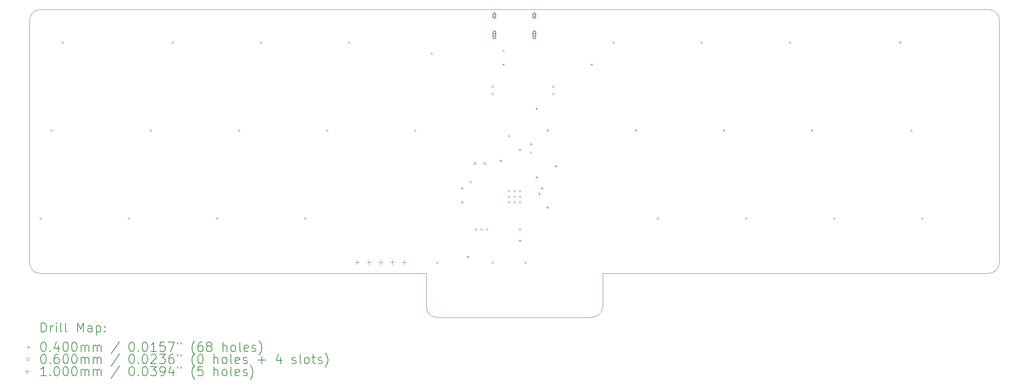
<source format=gbr>
%TF.GenerationSoftware,KiCad,Pcbnew,7.0.6*%
%TF.CreationDate,2023-07-12T00:24:14-04:00*%
%TF.ProjectId,littolRP2040,6c697474-6f6c-4525-9032-3034302e6b69,rev?*%
%TF.SameCoordinates,Original*%
%TF.FileFunction,Drillmap*%
%TF.FilePolarity,Positive*%
%FSLAX45Y45*%
G04 Gerber Fmt 4.5, Leading zero omitted, Abs format (unit mm)*
G04 Created by KiCad (PCBNEW 7.0.6) date 2023-07-12 00:24:14*
%MOMM*%
%LPD*%
G01*
G04 APERTURE LIST*
%ADD10C,0.100000*%
%ADD11C,0.200000*%
%ADD12C,0.040000*%
%ADD13C,0.060000*%
G04 APERTURE END LIST*
D10*
X4762512Y-12035557D02*
G75*
G03*
X4990424Y-12263468I227908J-3D01*
G01*
X5000638Y-6548452D02*
G75*
G03*
X4762512Y-6786580I2J-238128D01*
G01*
X25479439Y-12263465D02*
G75*
G03*
X25717565Y-12025343I1J238125D01*
G01*
X25717566Y-6776366D02*
G75*
G03*
X25479439Y-6548454I-233016J-5104D01*
G01*
X16906918Y-13215973D02*
G75*
G03*
X17145043Y-12977845I2J238123D01*
G01*
X13335034Y-12988059D02*
X13335034Y-12263468D01*
X17145043Y-12263468D02*
X17145043Y-12977845D01*
X13335039Y-12988059D02*
G75*
G03*
X13562945Y-13215971I227911J-1D01*
G01*
X25717565Y-6776366D02*
X25717565Y-12025343D01*
X13335034Y-12263468D02*
X4990424Y-12263468D01*
X25479439Y-12263468D02*
X17145043Y-12263468D01*
X5000638Y-6548454D02*
X25479439Y-6548454D01*
X16906918Y-13215971D02*
X13562945Y-13215971D01*
X4762512Y-12035557D02*
X4762512Y-6786580D01*
D11*
D12*
X4980638Y-11052840D02*
X5020638Y-11092840D01*
X5020638Y-11052840D02*
X4980638Y-11092840D01*
X5218763Y-9147836D02*
X5258763Y-9187836D01*
X5258763Y-9147836D02*
X5218763Y-9187836D01*
X5456889Y-7242831D02*
X5496889Y-7282831D01*
X5496889Y-7242831D02*
X5456889Y-7282831D01*
X6885642Y-11052840D02*
X6925642Y-11092840D01*
X6925642Y-11052840D02*
X6885642Y-11092840D01*
X7361894Y-9147836D02*
X7401894Y-9187836D01*
X7401894Y-9147836D02*
X7361894Y-9187836D01*
X7838145Y-7242831D02*
X7878145Y-7282831D01*
X7878145Y-7242831D02*
X7838145Y-7282831D01*
X8790647Y-11052840D02*
X8830647Y-11092840D01*
X8830647Y-11052840D02*
X8790647Y-11092840D01*
X9266898Y-9147836D02*
X9306898Y-9187836D01*
X9306898Y-9147836D02*
X9266898Y-9187836D01*
X9743150Y-7242831D02*
X9783150Y-7282831D01*
X9783150Y-7242831D02*
X9743150Y-7282831D01*
X10695652Y-11052840D02*
X10735652Y-11092840D01*
X10735652Y-11052840D02*
X10695652Y-11092840D01*
X11171903Y-9147836D02*
X11211903Y-9187836D01*
X11211903Y-9147836D02*
X11171903Y-9187836D01*
X11648154Y-7242831D02*
X11688154Y-7282831D01*
X11688154Y-7242831D02*
X11648154Y-7282831D01*
X13076908Y-9147836D02*
X13116908Y-9187836D01*
X13116908Y-9147836D02*
X13076908Y-9187836D01*
X13434096Y-7480956D02*
X13474096Y-7520956D01*
X13474096Y-7480956D02*
X13434096Y-7520956D01*
X13553159Y-12005343D02*
X13593159Y-12045343D01*
X13593159Y-12005343D02*
X13553159Y-12045343D01*
X14088942Y-10397995D02*
X14128942Y-10437995D01*
X14128942Y-10397995D02*
X14088942Y-10437995D01*
X14088942Y-10695652D02*
X14128942Y-10735652D01*
X14128942Y-10695652D02*
X14088942Y-10735652D01*
X14208005Y-11886280D02*
X14248005Y-11926280D01*
X14248005Y-11886280D02*
X14208005Y-11926280D01*
X14267536Y-10253619D02*
X14307536Y-10293619D01*
X14307536Y-10253619D02*
X14267536Y-10293619D01*
X14362536Y-9862212D02*
X14402536Y-9902212D01*
X14402536Y-9862212D02*
X14362536Y-9902212D01*
X14386599Y-11290966D02*
X14426599Y-11330966D01*
X14426599Y-11290966D02*
X14386599Y-11330966D01*
X14505662Y-11290966D02*
X14545662Y-11330966D01*
X14545662Y-11290966D02*
X14505662Y-11330966D01*
X14576724Y-9862212D02*
X14616724Y-9902212D01*
X14616724Y-9862212D02*
X14576724Y-9902212D01*
X14624724Y-11290966D02*
X14664724Y-11330966D01*
X14664724Y-11290966D02*
X14624724Y-11330966D01*
X14743787Y-8195333D02*
X14783787Y-8235333D01*
X14783787Y-8195333D02*
X14743787Y-8235333D01*
X14743787Y-8348615D02*
X14783787Y-8388615D01*
X14783787Y-8348615D02*
X14743787Y-8388615D01*
X14743787Y-12005343D02*
X14783787Y-12045343D01*
X14783787Y-12005343D02*
X14743787Y-12045343D01*
X14922381Y-9802681D02*
X14962381Y-9842681D01*
X14962381Y-9802681D02*
X14922381Y-9842681D01*
X14981913Y-7421425D02*
X15021913Y-7461425D01*
X15021913Y-7421425D02*
X14981913Y-7461425D01*
X14981913Y-7719082D02*
X15021913Y-7759082D01*
X15021913Y-7719082D02*
X14981913Y-7759082D01*
X15100976Y-9266898D02*
X15140976Y-9306898D01*
X15140976Y-9266898D02*
X15100976Y-9306898D01*
X15100976Y-10457526D02*
X15140976Y-10497526D01*
X15140976Y-10457526D02*
X15100976Y-10497526D01*
X15100976Y-10576589D02*
X15140976Y-10616589D01*
X15140976Y-10576589D02*
X15100976Y-10616589D01*
X15100976Y-10695652D02*
X15140976Y-10735652D01*
X15140976Y-10695652D02*
X15100976Y-10735652D01*
X15220038Y-10457526D02*
X15260038Y-10497526D01*
X15260038Y-10457526D02*
X15220038Y-10497526D01*
X15220038Y-10576589D02*
X15260038Y-10616589D01*
X15260038Y-10576589D02*
X15220038Y-10616589D01*
X15220038Y-10695652D02*
X15260038Y-10735652D01*
X15260038Y-10695652D02*
X15220038Y-10735652D01*
X15339101Y-9564555D02*
X15379101Y-9604555D01*
X15379101Y-9564555D02*
X15339101Y-9604555D01*
X15339101Y-10457526D02*
X15379101Y-10497526D01*
X15379101Y-10457526D02*
X15339101Y-10497526D01*
X15339101Y-10576589D02*
X15379101Y-10616589D01*
X15379101Y-10576589D02*
X15339101Y-10616589D01*
X15339101Y-10695652D02*
X15379101Y-10735652D01*
X15379101Y-10695652D02*
X15339101Y-10735652D01*
X15339101Y-11290966D02*
X15379101Y-11330966D01*
X15379101Y-11290966D02*
X15339101Y-11330966D01*
X15339101Y-11529092D02*
X15379101Y-11569092D01*
X15379101Y-11529092D02*
X15339101Y-11569092D01*
X15458164Y-12005343D02*
X15498164Y-12045343D01*
X15498164Y-12005343D02*
X15458164Y-12045343D01*
X15577227Y-9445493D02*
X15617227Y-9485493D01*
X15617227Y-9445493D02*
X15577227Y-9485493D01*
X15577227Y-9624087D02*
X15617227Y-9664087D01*
X15617227Y-9624087D02*
X15577227Y-9664087D01*
X15696290Y-8671584D02*
X15736290Y-8711584D01*
X15736290Y-8671584D02*
X15696290Y-8711584D01*
X15696290Y-10159869D02*
X15736290Y-10199869D01*
X15736290Y-10159869D02*
X15696290Y-10199869D01*
X15755821Y-10517058D02*
X15795821Y-10557058D01*
X15795821Y-10517058D02*
X15755821Y-10557058D01*
X15815352Y-10397995D02*
X15855352Y-10437995D01*
X15855352Y-10397995D02*
X15815352Y-10437995D01*
X15934415Y-9147836D02*
X15974415Y-9187836D01*
X15974415Y-9147836D02*
X15934415Y-9187836D01*
X15934415Y-10814715D02*
X15974415Y-10854715D01*
X15974415Y-10814715D02*
X15934415Y-10854715D01*
X16053478Y-8195333D02*
X16093478Y-8235333D01*
X16093478Y-8195333D02*
X16053478Y-8235333D01*
X16053478Y-8348615D02*
X16093478Y-8388615D01*
X16093478Y-8348615D02*
X16053478Y-8388615D01*
X16113009Y-9921744D02*
X16153009Y-9961744D01*
X16153009Y-9921744D02*
X16113009Y-9961744D01*
X16886918Y-7719082D02*
X16926918Y-7759082D01*
X16926918Y-7719082D02*
X16886918Y-7759082D01*
X17363169Y-7242831D02*
X17403169Y-7282831D01*
X17403169Y-7242831D02*
X17363169Y-7282831D01*
X17839420Y-9147836D02*
X17879420Y-9187836D01*
X17879420Y-9147836D02*
X17839420Y-9187836D01*
X18315671Y-11052840D02*
X18355671Y-11092840D01*
X18355671Y-11052840D02*
X18315671Y-11092840D01*
X19268174Y-7242831D02*
X19308174Y-7282831D01*
X19308174Y-7242831D02*
X19268174Y-7282831D01*
X19744425Y-9147836D02*
X19784425Y-9187836D01*
X19784425Y-9147836D02*
X19744425Y-9187836D01*
X20220676Y-11052840D02*
X20260676Y-11092840D01*
X20260676Y-11052840D02*
X20220676Y-11092840D01*
X21173178Y-7242831D02*
X21213178Y-7282831D01*
X21213178Y-7242831D02*
X21173178Y-7282831D01*
X21649430Y-9147836D02*
X21689430Y-9187836D01*
X21689430Y-9147836D02*
X21649430Y-9187836D01*
X22125681Y-11052840D02*
X22165681Y-11092840D01*
X22165681Y-11052840D02*
X22125681Y-11092840D01*
X23554434Y-7242831D02*
X23594434Y-7282831D01*
X23594434Y-7242831D02*
X23554434Y-7282831D01*
X23792560Y-9147836D02*
X23832560Y-9187836D01*
X23832560Y-9147836D02*
X23792560Y-9187836D01*
X24030686Y-11052840D02*
X24070686Y-11092840D01*
X24070686Y-11052840D02*
X24030686Y-11092840D01*
D13*
X14838038Y-6681580D02*
G75*
G03*
X14838038Y-6681580I-30000J0D01*
G01*
D11*
X14778038Y-6651580D02*
X14778038Y-6711580D01*
X14778038Y-6711580D02*
G75*
G03*
X14838038Y-6711580I30000J0D01*
G01*
X14838038Y-6711580D02*
X14838038Y-6651580D01*
X14838038Y-6651580D02*
G75*
G03*
X14778038Y-6651580I-30000J0D01*
G01*
D13*
X14838038Y-7099580D02*
G75*
G03*
X14838038Y-7099580I-30000J0D01*
G01*
D11*
X14778038Y-7044580D02*
X14778038Y-7154580D01*
X14778038Y-7154580D02*
G75*
G03*
X14838038Y-7154580I30000J0D01*
G01*
X14838038Y-7154580D02*
X14838038Y-7044580D01*
X14838038Y-7044580D02*
G75*
G03*
X14778038Y-7044580I-30000J0D01*
G01*
D13*
X15702038Y-6681580D02*
G75*
G03*
X15702038Y-6681580I-30000J0D01*
G01*
D11*
X15642038Y-6651580D02*
X15642038Y-6711580D01*
X15642038Y-6711580D02*
G75*
G03*
X15702038Y-6711580I30000J0D01*
G01*
X15702038Y-6711580D02*
X15702038Y-6651580D01*
X15702038Y-6651580D02*
G75*
G03*
X15642038Y-6651580I-30000J0D01*
G01*
D13*
X15702038Y-7099580D02*
G75*
G03*
X15702038Y-7099580I-30000J0D01*
G01*
D11*
X15642038Y-7044580D02*
X15642038Y-7154580D01*
X15642038Y-7154580D02*
G75*
G03*
X15702038Y-7154580I30000J0D01*
G01*
X15702038Y-7154580D02*
X15702038Y-7044580D01*
X15702038Y-7044580D02*
G75*
G03*
X15642038Y-7044580I-30000J0D01*
G01*
D10*
X11842782Y-11975343D02*
X11842782Y-12075343D01*
X11792782Y-12025343D02*
X11892782Y-12025343D01*
X12096782Y-11975343D02*
X12096782Y-12075343D01*
X12046782Y-12025343D02*
X12146782Y-12025343D01*
X12350782Y-11975343D02*
X12350782Y-12075343D01*
X12300782Y-12025343D02*
X12400782Y-12025343D01*
X12604782Y-11975343D02*
X12604782Y-12075343D01*
X12554782Y-12025343D02*
X12654782Y-12025343D01*
X12858782Y-11975343D02*
X12858782Y-12075343D01*
X12808782Y-12025343D02*
X12908782Y-12025343D01*
D11*
X5018288Y-13532457D02*
X5018288Y-13332457D01*
X5018288Y-13332457D02*
X5065907Y-13332457D01*
X5065907Y-13332457D02*
X5094479Y-13341981D01*
X5094479Y-13341981D02*
X5113527Y-13361028D01*
X5113527Y-13361028D02*
X5123050Y-13380076D01*
X5123050Y-13380076D02*
X5132574Y-13418171D01*
X5132574Y-13418171D02*
X5132574Y-13446743D01*
X5132574Y-13446743D02*
X5123050Y-13484838D01*
X5123050Y-13484838D02*
X5113527Y-13503885D01*
X5113527Y-13503885D02*
X5094479Y-13522933D01*
X5094479Y-13522933D02*
X5065907Y-13532457D01*
X5065907Y-13532457D02*
X5018288Y-13532457D01*
X5218288Y-13532457D02*
X5218288Y-13399124D01*
X5218288Y-13437219D02*
X5227812Y-13418171D01*
X5227812Y-13418171D02*
X5237336Y-13408647D01*
X5237336Y-13408647D02*
X5256384Y-13399124D01*
X5256384Y-13399124D02*
X5275431Y-13399124D01*
X5342098Y-13532457D02*
X5342098Y-13399124D01*
X5342098Y-13332457D02*
X5332574Y-13341981D01*
X5332574Y-13341981D02*
X5342098Y-13351505D01*
X5342098Y-13351505D02*
X5351622Y-13341981D01*
X5351622Y-13341981D02*
X5342098Y-13332457D01*
X5342098Y-13332457D02*
X5342098Y-13351505D01*
X5465907Y-13532457D02*
X5446860Y-13522933D01*
X5446860Y-13522933D02*
X5437336Y-13503885D01*
X5437336Y-13503885D02*
X5437336Y-13332457D01*
X5570669Y-13532457D02*
X5551622Y-13522933D01*
X5551622Y-13522933D02*
X5542098Y-13503885D01*
X5542098Y-13503885D02*
X5542098Y-13332457D01*
X5799241Y-13532457D02*
X5799241Y-13332457D01*
X5799241Y-13332457D02*
X5865907Y-13475314D01*
X5865907Y-13475314D02*
X5932574Y-13332457D01*
X5932574Y-13332457D02*
X5932574Y-13532457D01*
X6113526Y-13532457D02*
X6113526Y-13427695D01*
X6113526Y-13427695D02*
X6104003Y-13408647D01*
X6104003Y-13408647D02*
X6084955Y-13399124D01*
X6084955Y-13399124D02*
X6046860Y-13399124D01*
X6046860Y-13399124D02*
X6027812Y-13408647D01*
X6113526Y-13522933D02*
X6094479Y-13532457D01*
X6094479Y-13532457D02*
X6046860Y-13532457D01*
X6046860Y-13532457D02*
X6027812Y-13522933D01*
X6027812Y-13522933D02*
X6018288Y-13503885D01*
X6018288Y-13503885D02*
X6018288Y-13484838D01*
X6018288Y-13484838D02*
X6027812Y-13465790D01*
X6027812Y-13465790D02*
X6046860Y-13456266D01*
X6046860Y-13456266D02*
X6094479Y-13456266D01*
X6094479Y-13456266D02*
X6113526Y-13446743D01*
X6208765Y-13399124D02*
X6208765Y-13599124D01*
X6208765Y-13408647D02*
X6227812Y-13399124D01*
X6227812Y-13399124D02*
X6265907Y-13399124D01*
X6265907Y-13399124D02*
X6284955Y-13408647D01*
X6284955Y-13408647D02*
X6294479Y-13418171D01*
X6294479Y-13418171D02*
X6304003Y-13437219D01*
X6304003Y-13437219D02*
X6304003Y-13494362D01*
X6304003Y-13494362D02*
X6294479Y-13513409D01*
X6294479Y-13513409D02*
X6284955Y-13522933D01*
X6284955Y-13522933D02*
X6265907Y-13532457D01*
X6265907Y-13532457D02*
X6227812Y-13532457D01*
X6227812Y-13532457D02*
X6208765Y-13522933D01*
X6389717Y-13513409D02*
X6399241Y-13522933D01*
X6399241Y-13522933D02*
X6389717Y-13532457D01*
X6389717Y-13532457D02*
X6380193Y-13522933D01*
X6380193Y-13522933D02*
X6389717Y-13513409D01*
X6389717Y-13513409D02*
X6389717Y-13532457D01*
X6389717Y-13408647D02*
X6399241Y-13418171D01*
X6399241Y-13418171D02*
X6389717Y-13427695D01*
X6389717Y-13427695D02*
X6380193Y-13418171D01*
X6380193Y-13418171D02*
X6389717Y-13408647D01*
X6389717Y-13408647D02*
X6389717Y-13427695D01*
D12*
X4717512Y-13840973D02*
X4757512Y-13880973D01*
X4757512Y-13840973D02*
X4717512Y-13880973D01*
D11*
X5056384Y-13752457D02*
X5075431Y-13752457D01*
X5075431Y-13752457D02*
X5094479Y-13761981D01*
X5094479Y-13761981D02*
X5104003Y-13771505D01*
X5104003Y-13771505D02*
X5113527Y-13790552D01*
X5113527Y-13790552D02*
X5123050Y-13828647D01*
X5123050Y-13828647D02*
X5123050Y-13876266D01*
X5123050Y-13876266D02*
X5113527Y-13914362D01*
X5113527Y-13914362D02*
X5104003Y-13933409D01*
X5104003Y-13933409D02*
X5094479Y-13942933D01*
X5094479Y-13942933D02*
X5075431Y-13952457D01*
X5075431Y-13952457D02*
X5056384Y-13952457D01*
X5056384Y-13952457D02*
X5037336Y-13942933D01*
X5037336Y-13942933D02*
X5027812Y-13933409D01*
X5027812Y-13933409D02*
X5018288Y-13914362D01*
X5018288Y-13914362D02*
X5008765Y-13876266D01*
X5008765Y-13876266D02*
X5008765Y-13828647D01*
X5008765Y-13828647D02*
X5018288Y-13790552D01*
X5018288Y-13790552D02*
X5027812Y-13771505D01*
X5027812Y-13771505D02*
X5037336Y-13761981D01*
X5037336Y-13761981D02*
X5056384Y-13752457D01*
X5208765Y-13933409D02*
X5218288Y-13942933D01*
X5218288Y-13942933D02*
X5208765Y-13952457D01*
X5208765Y-13952457D02*
X5199241Y-13942933D01*
X5199241Y-13942933D02*
X5208765Y-13933409D01*
X5208765Y-13933409D02*
X5208765Y-13952457D01*
X5389717Y-13819124D02*
X5389717Y-13952457D01*
X5342098Y-13742933D02*
X5294479Y-13885790D01*
X5294479Y-13885790D02*
X5418288Y-13885790D01*
X5532574Y-13752457D02*
X5551622Y-13752457D01*
X5551622Y-13752457D02*
X5570669Y-13761981D01*
X5570669Y-13761981D02*
X5580193Y-13771505D01*
X5580193Y-13771505D02*
X5589717Y-13790552D01*
X5589717Y-13790552D02*
X5599241Y-13828647D01*
X5599241Y-13828647D02*
X5599241Y-13876266D01*
X5599241Y-13876266D02*
X5589717Y-13914362D01*
X5589717Y-13914362D02*
X5580193Y-13933409D01*
X5580193Y-13933409D02*
X5570669Y-13942933D01*
X5570669Y-13942933D02*
X5551622Y-13952457D01*
X5551622Y-13952457D02*
X5532574Y-13952457D01*
X5532574Y-13952457D02*
X5513527Y-13942933D01*
X5513527Y-13942933D02*
X5504003Y-13933409D01*
X5504003Y-13933409D02*
X5494479Y-13914362D01*
X5494479Y-13914362D02*
X5484955Y-13876266D01*
X5484955Y-13876266D02*
X5484955Y-13828647D01*
X5484955Y-13828647D02*
X5494479Y-13790552D01*
X5494479Y-13790552D02*
X5504003Y-13771505D01*
X5504003Y-13771505D02*
X5513527Y-13761981D01*
X5513527Y-13761981D02*
X5532574Y-13752457D01*
X5723050Y-13752457D02*
X5742098Y-13752457D01*
X5742098Y-13752457D02*
X5761146Y-13761981D01*
X5761146Y-13761981D02*
X5770669Y-13771505D01*
X5770669Y-13771505D02*
X5780193Y-13790552D01*
X5780193Y-13790552D02*
X5789717Y-13828647D01*
X5789717Y-13828647D02*
X5789717Y-13876266D01*
X5789717Y-13876266D02*
X5780193Y-13914362D01*
X5780193Y-13914362D02*
X5770669Y-13933409D01*
X5770669Y-13933409D02*
X5761146Y-13942933D01*
X5761146Y-13942933D02*
X5742098Y-13952457D01*
X5742098Y-13952457D02*
X5723050Y-13952457D01*
X5723050Y-13952457D02*
X5704003Y-13942933D01*
X5704003Y-13942933D02*
X5694479Y-13933409D01*
X5694479Y-13933409D02*
X5684955Y-13914362D01*
X5684955Y-13914362D02*
X5675431Y-13876266D01*
X5675431Y-13876266D02*
X5675431Y-13828647D01*
X5675431Y-13828647D02*
X5684955Y-13790552D01*
X5684955Y-13790552D02*
X5694479Y-13771505D01*
X5694479Y-13771505D02*
X5704003Y-13761981D01*
X5704003Y-13761981D02*
X5723050Y-13752457D01*
X5875431Y-13952457D02*
X5875431Y-13819124D01*
X5875431Y-13838171D02*
X5884955Y-13828647D01*
X5884955Y-13828647D02*
X5904003Y-13819124D01*
X5904003Y-13819124D02*
X5932574Y-13819124D01*
X5932574Y-13819124D02*
X5951622Y-13828647D01*
X5951622Y-13828647D02*
X5961146Y-13847695D01*
X5961146Y-13847695D02*
X5961146Y-13952457D01*
X5961146Y-13847695D02*
X5970669Y-13828647D01*
X5970669Y-13828647D02*
X5989717Y-13819124D01*
X5989717Y-13819124D02*
X6018288Y-13819124D01*
X6018288Y-13819124D02*
X6037336Y-13828647D01*
X6037336Y-13828647D02*
X6046860Y-13847695D01*
X6046860Y-13847695D02*
X6046860Y-13952457D01*
X6142098Y-13952457D02*
X6142098Y-13819124D01*
X6142098Y-13838171D02*
X6151622Y-13828647D01*
X6151622Y-13828647D02*
X6170669Y-13819124D01*
X6170669Y-13819124D02*
X6199241Y-13819124D01*
X6199241Y-13819124D02*
X6218288Y-13828647D01*
X6218288Y-13828647D02*
X6227812Y-13847695D01*
X6227812Y-13847695D02*
X6227812Y-13952457D01*
X6227812Y-13847695D02*
X6237336Y-13828647D01*
X6237336Y-13828647D02*
X6256384Y-13819124D01*
X6256384Y-13819124D02*
X6284955Y-13819124D01*
X6284955Y-13819124D02*
X6304003Y-13828647D01*
X6304003Y-13828647D02*
X6313527Y-13847695D01*
X6313527Y-13847695D02*
X6313527Y-13952457D01*
X6704003Y-13742933D02*
X6532574Y-14000076D01*
X6961146Y-13752457D02*
X6980193Y-13752457D01*
X6980193Y-13752457D02*
X6999241Y-13761981D01*
X6999241Y-13761981D02*
X7008765Y-13771505D01*
X7008765Y-13771505D02*
X7018289Y-13790552D01*
X7018289Y-13790552D02*
X7027812Y-13828647D01*
X7027812Y-13828647D02*
X7027812Y-13876266D01*
X7027812Y-13876266D02*
X7018289Y-13914362D01*
X7018289Y-13914362D02*
X7008765Y-13933409D01*
X7008765Y-13933409D02*
X6999241Y-13942933D01*
X6999241Y-13942933D02*
X6980193Y-13952457D01*
X6980193Y-13952457D02*
X6961146Y-13952457D01*
X6961146Y-13952457D02*
X6942098Y-13942933D01*
X6942098Y-13942933D02*
X6932574Y-13933409D01*
X6932574Y-13933409D02*
X6923050Y-13914362D01*
X6923050Y-13914362D02*
X6913527Y-13876266D01*
X6913527Y-13876266D02*
X6913527Y-13828647D01*
X6913527Y-13828647D02*
X6923050Y-13790552D01*
X6923050Y-13790552D02*
X6932574Y-13771505D01*
X6932574Y-13771505D02*
X6942098Y-13761981D01*
X6942098Y-13761981D02*
X6961146Y-13752457D01*
X7113527Y-13933409D02*
X7123050Y-13942933D01*
X7123050Y-13942933D02*
X7113527Y-13952457D01*
X7113527Y-13952457D02*
X7104003Y-13942933D01*
X7104003Y-13942933D02*
X7113527Y-13933409D01*
X7113527Y-13933409D02*
X7113527Y-13952457D01*
X7246860Y-13752457D02*
X7265908Y-13752457D01*
X7265908Y-13752457D02*
X7284955Y-13761981D01*
X7284955Y-13761981D02*
X7294479Y-13771505D01*
X7294479Y-13771505D02*
X7304003Y-13790552D01*
X7304003Y-13790552D02*
X7313527Y-13828647D01*
X7313527Y-13828647D02*
X7313527Y-13876266D01*
X7313527Y-13876266D02*
X7304003Y-13914362D01*
X7304003Y-13914362D02*
X7294479Y-13933409D01*
X7294479Y-13933409D02*
X7284955Y-13942933D01*
X7284955Y-13942933D02*
X7265908Y-13952457D01*
X7265908Y-13952457D02*
X7246860Y-13952457D01*
X7246860Y-13952457D02*
X7227812Y-13942933D01*
X7227812Y-13942933D02*
X7218289Y-13933409D01*
X7218289Y-13933409D02*
X7208765Y-13914362D01*
X7208765Y-13914362D02*
X7199241Y-13876266D01*
X7199241Y-13876266D02*
X7199241Y-13828647D01*
X7199241Y-13828647D02*
X7208765Y-13790552D01*
X7208765Y-13790552D02*
X7218289Y-13771505D01*
X7218289Y-13771505D02*
X7227812Y-13761981D01*
X7227812Y-13761981D02*
X7246860Y-13752457D01*
X7504003Y-13952457D02*
X7389717Y-13952457D01*
X7446860Y-13952457D02*
X7446860Y-13752457D01*
X7446860Y-13752457D02*
X7427812Y-13781028D01*
X7427812Y-13781028D02*
X7408765Y-13800076D01*
X7408765Y-13800076D02*
X7389717Y-13809600D01*
X7684955Y-13752457D02*
X7589717Y-13752457D01*
X7589717Y-13752457D02*
X7580193Y-13847695D01*
X7580193Y-13847695D02*
X7589717Y-13838171D01*
X7589717Y-13838171D02*
X7608765Y-13828647D01*
X7608765Y-13828647D02*
X7656384Y-13828647D01*
X7656384Y-13828647D02*
X7675431Y-13838171D01*
X7675431Y-13838171D02*
X7684955Y-13847695D01*
X7684955Y-13847695D02*
X7694479Y-13866743D01*
X7694479Y-13866743D02*
X7694479Y-13914362D01*
X7694479Y-13914362D02*
X7684955Y-13933409D01*
X7684955Y-13933409D02*
X7675431Y-13942933D01*
X7675431Y-13942933D02*
X7656384Y-13952457D01*
X7656384Y-13952457D02*
X7608765Y-13952457D01*
X7608765Y-13952457D02*
X7589717Y-13942933D01*
X7589717Y-13942933D02*
X7580193Y-13933409D01*
X7761146Y-13752457D02*
X7894479Y-13752457D01*
X7894479Y-13752457D02*
X7808765Y-13952457D01*
X7961146Y-13752457D02*
X7961146Y-13790552D01*
X8037336Y-13752457D02*
X8037336Y-13790552D01*
X8332574Y-14028647D02*
X8323051Y-14019124D01*
X8323051Y-14019124D02*
X8304003Y-13990552D01*
X8304003Y-13990552D02*
X8294479Y-13971505D01*
X8294479Y-13971505D02*
X8284955Y-13942933D01*
X8284955Y-13942933D02*
X8275432Y-13895314D01*
X8275432Y-13895314D02*
X8275432Y-13857219D01*
X8275432Y-13857219D02*
X8284955Y-13809600D01*
X8284955Y-13809600D02*
X8294479Y-13781028D01*
X8294479Y-13781028D02*
X8304003Y-13761981D01*
X8304003Y-13761981D02*
X8323051Y-13733409D01*
X8323051Y-13733409D02*
X8332574Y-13723885D01*
X8494479Y-13752457D02*
X8456384Y-13752457D01*
X8456384Y-13752457D02*
X8437336Y-13761981D01*
X8437336Y-13761981D02*
X8427813Y-13771505D01*
X8427813Y-13771505D02*
X8408765Y-13800076D01*
X8408765Y-13800076D02*
X8399241Y-13838171D01*
X8399241Y-13838171D02*
X8399241Y-13914362D01*
X8399241Y-13914362D02*
X8408765Y-13933409D01*
X8408765Y-13933409D02*
X8418289Y-13942933D01*
X8418289Y-13942933D02*
X8437336Y-13952457D01*
X8437336Y-13952457D02*
X8475432Y-13952457D01*
X8475432Y-13952457D02*
X8494479Y-13942933D01*
X8494479Y-13942933D02*
X8504003Y-13933409D01*
X8504003Y-13933409D02*
X8513527Y-13914362D01*
X8513527Y-13914362D02*
X8513527Y-13866743D01*
X8513527Y-13866743D02*
X8504003Y-13847695D01*
X8504003Y-13847695D02*
X8494479Y-13838171D01*
X8494479Y-13838171D02*
X8475432Y-13828647D01*
X8475432Y-13828647D02*
X8437336Y-13828647D01*
X8437336Y-13828647D02*
X8418289Y-13838171D01*
X8418289Y-13838171D02*
X8408765Y-13847695D01*
X8408765Y-13847695D02*
X8399241Y-13866743D01*
X8627813Y-13838171D02*
X8608765Y-13828647D01*
X8608765Y-13828647D02*
X8599241Y-13819124D01*
X8599241Y-13819124D02*
X8589717Y-13800076D01*
X8589717Y-13800076D02*
X8589717Y-13790552D01*
X8589717Y-13790552D02*
X8599241Y-13771505D01*
X8599241Y-13771505D02*
X8608765Y-13761981D01*
X8608765Y-13761981D02*
X8627813Y-13752457D01*
X8627813Y-13752457D02*
X8665908Y-13752457D01*
X8665908Y-13752457D02*
X8684955Y-13761981D01*
X8684955Y-13761981D02*
X8694479Y-13771505D01*
X8694479Y-13771505D02*
X8704003Y-13790552D01*
X8704003Y-13790552D02*
X8704003Y-13800076D01*
X8704003Y-13800076D02*
X8694479Y-13819124D01*
X8694479Y-13819124D02*
X8684955Y-13828647D01*
X8684955Y-13828647D02*
X8665908Y-13838171D01*
X8665908Y-13838171D02*
X8627813Y-13838171D01*
X8627813Y-13838171D02*
X8608765Y-13847695D01*
X8608765Y-13847695D02*
X8599241Y-13857219D01*
X8599241Y-13857219D02*
X8589717Y-13876266D01*
X8589717Y-13876266D02*
X8589717Y-13914362D01*
X8589717Y-13914362D02*
X8599241Y-13933409D01*
X8599241Y-13933409D02*
X8608765Y-13942933D01*
X8608765Y-13942933D02*
X8627813Y-13952457D01*
X8627813Y-13952457D02*
X8665908Y-13952457D01*
X8665908Y-13952457D02*
X8684955Y-13942933D01*
X8684955Y-13942933D02*
X8694479Y-13933409D01*
X8694479Y-13933409D02*
X8704003Y-13914362D01*
X8704003Y-13914362D02*
X8704003Y-13876266D01*
X8704003Y-13876266D02*
X8694479Y-13857219D01*
X8694479Y-13857219D02*
X8684955Y-13847695D01*
X8684955Y-13847695D02*
X8665908Y-13838171D01*
X8942098Y-13952457D02*
X8942098Y-13752457D01*
X9027813Y-13952457D02*
X9027813Y-13847695D01*
X9027813Y-13847695D02*
X9018289Y-13828647D01*
X9018289Y-13828647D02*
X8999241Y-13819124D01*
X8999241Y-13819124D02*
X8970670Y-13819124D01*
X8970670Y-13819124D02*
X8951622Y-13828647D01*
X8951622Y-13828647D02*
X8942098Y-13838171D01*
X9151622Y-13952457D02*
X9132575Y-13942933D01*
X9132575Y-13942933D02*
X9123051Y-13933409D01*
X9123051Y-13933409D02*
X9113527Y-13914362D01*
X9113527Y-13914362D02*
X9113527Y-13857219D01*
X9113527Y-13857219D02*
X9123051Y-13838171D01*
X9123051Y-13838171D02*
X9132575Y-13828647D01*
X9132575Y-13828647D02*
X9151622Y-13819124D01*
X9151622Y-13819124D02*
X9180194Y-13819124D01*
X9180194Y-13819124D02*
X9199241Y-13828647D01*
X9199241Y-13828647D02*
X9208765Y-13838171D01*
X9208765Y-13838171D02*
X9218289Y-13857219D01*
X9218289Y-13857219D02*
X9218289Y-13914362D01*
X9218289Y-13914362D02*
X9208765Y-13933409D01*
X9208765Y-13933409D02*
X9199241Y-13942933D01*
X9199241Y-13942933D02*
X9180194Y-13952457D01*
X9180194Y-13952457D02*
X9151622Y-13952457D01*
X9332575Y-13952457D02*
X9313527Y-13942933D01*
X9313527Y-13942933D02*
X9304003Y-13923885D01*
X9304003Y-13923885D02*
X9304003Y-13752457D01*
X9484956Y-13942933D02*
X9465908Y-13952457D01*
X9465908Y-13952457D02*
X9427813Y-13952457D01*
X9427813Y-13952457D02*
X9408765Y-13942933D01*
X9408765Y-13942933D02*
X9399241Y-13923885D01*
X9399241Y-13923885D02*
X9399241Y-13847695D01*
X9399241Y-13847695D02*
X9408765Y-13828647D01*
X9408765Y-13828647D02*
X9427813Y-13819124D01*
X9427813Y-13819124D02*
X9465908Y-13819124D01*
X9465908Y-13819124D02*
X9484956Y-13828647D01*
X9484956Y-13828647D02*
X9494479Y-13847695D01*
X9494479Y-13847695D02*
X9494479Y-13866743D01*
X9494479Y-13866743D02*
X9399241Y-13885790D01*
X9570670Y-13942933D02*
X9589717Y-13952457D01*
X9589717Y-13952457D02*
X9627813Y-13952457D01*
X9627813Y-13952457D02*
X9646860Y-13942933D01*
X9646860Y-13942933D02*
X9656384Y-13923885D01*
X9656384Y-13923885D02*
X9656384Y-13914362D01*
X9656384Y-13914362D02*
X9646860Y-13895314D01*
X9646860Y-13895314D02*
X9627813Y-13885790D01*
X9627813Y-13885790D02*
X9599241Y-13885790D01*
X9599241Y-13885790D02*
X9580194Y-13876266D01*
X9580194Y-13876266D02*
X9570670Y-13857219D01*
X9570670Y-13857219D02*
X9570670Y-13847695D01*
X9570670Y-13847695D02*
X9580194Y-13828647D01*
X9580194Y-13828647D02*
X9599241Y-13819124D01*
X9599241Y-13819124D02*
X9627813Y-13819124D01*
X9627813Y-13819124D02*
X9646860Y-13828647D01*
X9723051Y-14028647D02*
X9732575Y-14019124D01*
X9732575Y-14019124D02*
X9751622Y-13990552D01*
X9751622Y-13990552D02*
X9761146Y-13971505D01*
X9761146Y-13971505D02*
X9770670Y-13942933D01*
X9770670Y-13942933D02*
X9780194Y-13895314D01*
X9780194Y-13895314D02*
X9780194Y-13857219D01*
X9780194Y-13857219D02*
X9770670Y-13809600D01*
X9770670Y-13809600D02*
X9761146Y-13781028D01*
X9761146Y-13781028D02*
X9751622Y-13761981D01*
X9751622Y-13761981D02*
X9732575Y-13733409D01*
X9732575Y-13733409D02*
X9723051Y-13723885D01*
D13*
X4757512Y-14124973D02*
G75*
G03*
X4757512Y-14124973I-30000J0D01*
G01*
D11*
X5056384Y-14016457D02*
X5075431Y-14016457D01*
X5075431Y-14016457D02*
X5094479Y-14025981D01*
X5094479Y-14025981D02*
X5104003Y-14035505D01*
X5104003Y-14035505D02*
X5113527Y-14054552D01*
X5113527Y-14054552D02*
X5123050Y-14092647D01*
X5123050Y-14092647D02*
X5123050Y-14140266D01*
X5123050Y-14140266D02*
X5113527Y-14178362D01*
X5113527Y-14178362D02*
X5104003Y-14197409D01*
X5104003Y-14197409D02*
X5094479Y-14206933D01*
X5094479Y-14206933D02*
X5075431Y-14216457D01*
X5075431Y-14216457D02*
X5056384Y-14216457D01*
X5056384Y-14216457D02*
X5037336Y-14206933D01*
X5037336Y-14206933D02*
X5027812Y-14197409D01*
X5027812Y-14197409D02*
X5018288Y-14178362D01*
X5018288Y-14178362D02*
X5008765Y-14140266D01*
X5008765Y-14140266D02*
X5008765Y-14092647D01*
X5008765Y-14092647D02*
X5018288Y-14054552D01*
X5018288Y-14054552D02*
X5027812Y-14035505D01*
X5027812Y-14035505D02*
X5037336Y-14025981D01*
X5037336Y-14025981D02*
X5056384Y-14016457D01*
X5208765Y-14197409D02*
X5218288Y-14206933D01*
X5218288Y-14206933D02*
X5208765Y-14216457D01*
X5208765Y-14216457D02*
X5199241Y-14206933D01*
X5199241Y-14206933D02*
X5208765Y-14197409D01*
X5208765Y-14197409D02*
X5208765Y-14216457D01*
X5389717Y-14016457D02*
X5351622Y-14016457D01*
X5351622Y-14016457D02*
X5332574Y-14025981D01*
X5332574Y-14025981D02*
X5323050Y-14035505D01*
X5323050Y-14035505D02*
X5304003Y-14064076D01*
X5304003Y-14064076D02*
X5294479Y-14102171D01*
X5294479Y-14102171D02*
X5294479Y-14178362D01*
X5294479Y-14178362D02*
X5304003Y-14197409D01*
X5304003Y-14197409D02*
X5313527Y-14206933D01*
X5313527Y-14206933D02*
X5332574Y-14216457D01*
X5332574Y-14216457D02*
X5370669Y-14216457D01*
X5370669Y-14216457D02*
X5389717Y-14206933D01*
X5389717Y-14206933D02*
X5399241Y-14197409D01*
X5399241Y-14197409D02*
X5408765Y-14178362D01*
X5408765Y-14178362D02*
X5408765Y-14130743D01*
X5408765Y-14130743D02*
X5399241Y-14111695D01*
X5399241Y-14111695D02*
X5389717Y-14102171D01*
X5389717Y-14102171D02*
X5370669Y-14092647D01*
X5370669Y-14092647D02*
X5332574Y-14092647D01*
X5332574Y-14092647D02*
X5313527Y-14102171D01*
X5313527Y-14102171D02*
X5304003Y-14111695D01*
X5304003Y-14111695D02*
X5294479Y-14130743D01*
X5532574Y-14016457D02*
X5551622Y-14016457D01*
X5551622Y-14016457D02*
X5570669Y-14025981D01*
X5570669Y-14025981D02*
X5580193Y-14035505D01*
X5580193Y-14035505D02*
X5589717Y-14054552D01*
X5589717Y-14054552D02*
X5599241Y-14092647D01*
X5599241Y-14092647D02*
X5599241Y-14140266D01*
X5599241Y-14140266D02*
X5589717Y-14178362D01*
X5589717Y-14178362D02*
X5580193Y-14197409D01*
X5580193Y-14197409D02*
X5570669Y-14206933D01*
X5570669Y-14206933D02*
X5551622Y-14216457D01*
X5551622Y-14216457D02*
X5532574Y-14216457D01*
X5532574Y-14216457D02*
X5513527Y-14206933D01*
X5513527Y-14206933D02*
X5504003Y-14197409D01*
X5504003Y-14197409D02*
X5494479Y-14178362D01*
X5494479Y-14178362D02*
X5484955Y-14140266D01*
X5484955Y-14140266D02*
X5484955Y-14092647D01*
X5484955Y-14092647D02*
X5494479Y-14054552D01*
X5494479Y-14054552D02*
X5504003Y-14035505D01*
X5504003Y-14035505D02*
X5513527Y-14025981D01*
X5513527Y-14025981D02*
X5532574Y-14016457D01*
X5723050Y-14016457D02*
X5742098Y-14016457D01*
X5742098Y-14016457D02*
X5761146Y-14025981D01*
X5761146Y-14025981D02*
X5770669Y-14035505D01*
X5770669Y-14035505D02*
X5780193Y-14054552D01*
X5780193Y-14054552D02*
X5789717Y-14092647D01*
X5789717Y-14092647D02*
X5789717Y-14140266D01*
X5789717Y-14140266D02*
X5780193Y-14178362D01*
X5780193Y-14178362D02*
X5770669Y-14197409D01*
X5770669Y-14197409D02*
X5761146Y-14206933D01*
X5761146Y-14206933D02*
X5742098Y-14216457D01*
X5742098Y-14216457D02*
X5723050Y-14216457D01*
X5723050Y-14216457D02*
X5704003Y-14206933D01*
X5704003Y-14206933D02*
X5694479Y-14197409D01*
X5694479Y-14197409D02*
X5684955Y-14178362D01*
X5684955Y-14178362D02*
X5675431Y-14140266D01*
X5675431Y-14140266D02*
X5675431Y-14092647D01*
X5675431Y-14092647D02*
X5684955Y-14054552D01*
X5684955Y-14054552D02*
X5694479Y-14035505D01*
X5694479Y-14035505D02*
X5704003Y-14025981D01*
X5704003Y-14025981D02*
X5723050Y-14016457D01*
X5875431Y-14216457D02*
X5875431Y-14083124D01*
X5875431Y-14102171D02*
X5884955Y-14092647D01*
X5884955Y-14092647D02*
X5904003Y-14083124D01*
X5904003Y-14083124D02*
X5932574Y-14083124D01*
X5932574Y-14083124D02*
X5951622Y-14092647D01*
X5951622Y-14092647D02*
X5961146Y-14111695D01*
X5961146Y-14111695D02*
X5961146Y-14216457D01*
X5961146Y-14111695D02*
X5970669Y-14092647D01*
X5970669Y-14092647D02*
X5989717Y-14083124D01*
X5989717Y-14083124D02*
X6018288Y-14083124D01*
X6018288Y-14083124D02*
X6037336Y-14092647D01*
X6037336Y-14092647D02*
X6046860Y-14111695D01*
X6046860Y-14111695D02*
X6046860Y-14216457D01*
X6142098Y-14216457D02*
X6142098Y-14083124D01*
X6142098Y-14102171D02*
X6151622Y-14092647D01*
X6151622Y-14092647D02*
X6170669Y-14083124D01*
X6170669Y-14083124D02*
X6199241Y-14083124D01*
X6199241Y-14083124D02*
X6218288Y-14092647D01*
X6218288Y-14092647D02*
X6227812Y-14111695D01*
X6227812Y-14111695D02*
X6227812Y-14216457D01*
X6227812Y-14111695D02*
X6237336Y-14092647D01*
X6237336Y-14092647D02*
X6256384Y-14083124D01*
X6256384Y-14083124D02*
X6284955Y-14083124D01*
X6284955Y-14083124D02*
X6304003Y-14092647D01*
X6304003Y-14092647D02*
X6313527Y-14111695D01*
X6313527Y-14111695D02*
X6313527Y-14216457D01*
X6704003Y-14006933D02*
X6532574Y-14264076D01*
X6961146Y-14016457D02*
X6980193Y-14016457D01*
X6980193Y-14016457D02*
X6999241Y-14025981D01*
X6999241Y-14025981D02*
X7008765Y-14035505D01*
X7008765Y-14035505D02*
X7018289Y-14054552D01*
X7018289Y-14054552D02*
X7027812Y-14092647D01*
X7027812Y-14092647D02*
X7027812Y-14140266D01*
X7027812Y-14140266D02*
X7018289Y-14178362D01*
X7018289Y-14178362D02*
X7008765Y-14197409D01*
X7008765Y-14197409D02*
X6999241Y-14206933D01*
X6999241Y-14206933D02*
X6980193Y-14216457D01*
X6980193Y-14216457D02*
X6961146Y-14216457D01*
X6961146Y-14216457D02*
X6942098Y-14206933D01*
X6942098Y-14206933D02*
X6932574Y-14197409D01*
X6932574Y-14197409D02*
X6923050Y-14178362D01*
X6923050Y-14178362D02*
X6913527Y-14140266D01*
X6913527Y-14140266D02*
X6913527Y-14092647D01*
X6913527Y-14092647D02*
X6923050Y-14054552D01*
X6923050Y-14054552D02*
X6932574Y-14035505D01*
X6932574Y-14035505D02*
X6942098Y-14025981D01*
X6942098Y-14025981D02*
X6961146Y-14016457D01*
X7113527Y-14197409D02*
X7123050Y-14206933D01*
X7123050Y-14206933D02*
X7113527Y-14216457D01*
X7113527Y-14216457D02*
X7104003Y-14206933D01*
X7104003Y-14206933D02*
X7113527Y-14197409D01*
X7113527Y-14197409D02*
X7113527Y-14216457D01*
X7246860Y-14016457D02*
X7265908Y-14016457D01*
X7265908Y-14016457D02*
X7284955Y-14025981D01*
X7284955Y-14025981D02*
X7294479Y-14035505D01*
X7294479Y-14035505D02*
X7304003Y-14054552D01*
X7304003Y-14054552D02*
X7313527Y-14092647D01*
X7313527Y-14092647D02*
X7313527Y-14140266D01*
X7313527Y-14140266D02*
X7304003Y-14178362D01*
X7304003Y-14178362D02*
X7294479Y-14197409D01*
X7294479Y-14197409D02*
X7284955Y-14206933D01*
X7284955Y-14206933D02*
X7265908Y-14216457D01*
X7265908Y-14216457D02*
X7246860Y-14216457D01*
X7246860Y-14216457D02*
X7227812Y-14206933D01*
X7227812Y-14206933D02*
X7218289Y-14197409D01*
X7218289Y-14197409D02*
X7208765Y-14178362D01*
X7208765Y-14178362D02*
X7199241Y-14140266D01*
X7199241Y-14140266D02*
X7199241Y-14092647D01*
X7199241Y-14092647D02*
X7208765Y-14054552D01*
X7208765Y-14054552D02*
X7218289Y-14035505D01*
X7218289Y-14035505D02*
X7227812Y-14025981D01*
X7227812Y-14025981D02*
X7246860Y-14016457D01*
X7389717Y-14035505D02*
X7399241Y-14025981D01*
X7399241Y-14025981D02*
X7418289Y-14016457D01*
X7418289Y-14016457D02*
X7465908Y-14016457D01*
X7465908Y-14016457D02*
X7484955Y-14025981D01*
X7484955Y-14025981D02*
X7494479Y-14035505D01*
X7494479Y-14035505D02*
X7504003Y-14054552D01*
X7504003Y-14054552D02*
X7504003Y-14073600D01*
X7504003Y-14073600D02*
X7494479Y-14102171D01*
X7494479Y-14102171D02*
X7380193Y-14216457D01*
X7380193Y-14216457D02*
X7504003Y-14216457D01*
X7570670Y-14016457D02*
X7694479Y-14016457D01*
X7694479Y-14016457D02*
X7627812Y-14092647D01*
X7627812Y-14092647D02*
X7656384Y-14092647D01*
X7656384Y-14092647D02*
X7675431Y-14102171D01*
X7675431Y-14102171D02*
X7684955Y-14111695D01*
X7684955Y-14111695D02*
X7694479Y-14130743D01*
X7694479Y-14130743D02*
X7694479Y-14178362D01*
X7694479Y-14178362D02*
X7684955Y-14197409D01*
X7684955Y-14197409D02*
X7675431Y-14206933D01*
X7675431Y-14206933D02*
X7656384Y-14216457D01*
X7656384Y-14216457D02*
X7599241Y-14216457D01*
X7599241Y-14216457D02*
X7580193Y-14206933D01*
X7580193Y-14206933D02*
X7570670Y-14197409D01*
X7865908Y-14016457D02*
X7827812Y-14016457D01*
X7827812Y-14016457D02*
X7808765Y-14025981D01*
X7808765Y-14025981D02*
X7799241Y-14035505D01*
X7799241Y-14035505D02*
X7780193Y-14064076D01*
X7780193Y-14064076D02*
X7770670Y-14102171D01*
X7770670Y-14102171D02*
X7770670Y-14178362D01*
X7770670Y-14178362D02*
X7780193Y-14197409D01*
X7780193Y-14197409D02*
X7789717Y-14206933D01*
X7789717Y-14206933D02*
X7808765Y-14216457D01*
X7808765Y-14216457D02*
X7846860Y-14216457D01*
X7846860Y-14216457D02*
X7865908Y-14206933D01*
X7865908Y-14206933D02*
X7875431Y-14197409D01*
X7875431Y-14197409D02*
X7884955Y-14178362D01*
X7884955Y-14178362D02*
X7884955Y-14130743D01*
X7884955Y-14130743D02*
X7875431Y-14111695D01*
X7875431Y-14111695D02*
X7865908Y-14102171D01*
X7865908Y-14102171D02*
X7846860Y-14092647D01*
X7846860Y-14092647D02*
X7808765Y-14092647D01*
X7808765Y-14092647D02*
X7789717Y-14102171D01*
X7789717Y-14102171D02*
X7780193Y-14111695D01*
X7780193Y-14111695D02*
X7770670Y-14130743D01*
X7961146Y-14016457D02*
X7961146Y-14054552D01*
X8037336Y-14016457D02*
X8037336Y-14054552D01*
X8332574Y-14292647D02*
X8323051Y-14283124D01*
X8323051Y-14283124D02*
X8304003Y-14254552D01*
X8304003Y-14254552D02*
X8294479Y-14235505D01*
X8294479Y-14235505D02*
X8284955Y-14206933D01*
X8284955Y-14206933D02*
X8275432Y-14159314D01*
X8275432Y-14159314D02*
X8275432Y-14121219D01*
X8275432Y-14121219D02*
X8284955Y-14073600D01*
X8284955Y-14073600D02*
X8294479Y-14045028D01*
X8294479Y-14045028D02*
X8304003Y-14025981D01*
X8304003Y-14025981D02*
X8323051Y-13997409D01*
X8323051Y-13997409D02*
X8332574Y-13987885D01*
X8446860Y-14016457D02*
X8465908Y-14016457D01*
X8465908Y-14016457D02*
X8484955Y-14025981D01*
X8484955Y-14025981D02*
X8494479Y-14035505D01*
X8494479Y-14035505D02*
X8504003Y-14054552D01*
X8504003Y-14054552D02*
X8513527Y-14092647D01*
X8513527Y-14092647D02*
X8513527Y-14140266D01*
X8513527Y-14140266D02*
X8504003Y-14178362D01*
X8504003Y-14178362D02*
X8494479Y-14197409D01*
X8494479Y-14197409D02*
X8484955Y-14206933D01*
X8484955Y-14206933D02*
X8465908Y-14216457D01*
X8465908Y-14216457D02*
X8446860Y-14216457D01*
X8446860Y-14216457D02*
X8427813Y-14206933D01*
X8427813Y-14206933D02*
X8418289Y-14197409D01*
X8418289Y-14197409D02*
X8408765Y-14178362D01*
X8408765Y-14178362D02*
X8399241Y-14140266D01*
X8399241Y-14140266D02*
X8399241Y-14092647D01*
X8399241Y-14092647D02*
X8408765Y-14054552D01*
X8408765Y-14054552D02*
X8418289Y-14035505D01*
X8418289Y-14035505D02*
X8427813Y-14025981D01*
X8427813Y-14025981D02*
X8446860Y-14016457D01*
X8751622Y-14216457D02*
X8751622Y-14016457D01*
X8837336Y-14216457D02*
X8837336Y-14111695D01*
X8837336Y-14111695D02*
X8827813Y-14092647D01*
X8827813Y-14092647D02*
X8808765Y-14083124D01*
X8808765Y-14083124D02*
X8780194Y-14083124D01*
X8780194Y-14083124D02*
X8761146Y-14092647D01*
X8761146Y-14092647D02*
X8751622Y-14102171D01*
X8961146Y-14216457D02*
X8942098Y-14206933D01*
X8942098Y-14206933D02*
X8932575Y-14197409D01*
X8932575Y-14197409D02*
X8923051Y-14178362D01*
X8923051Y-14178362D02*
X8923051Y-14121219D01*
X8923051Y-14121219D02*
X8932575Y-14102171D01*
X8932575Y-14102171D02*
X8942098Y-14092647D01*
X8942098Y-14092647D02*
X8961146Y-14083124D01*
X8961146Y-14083124D02*
X8989717Y-14083124D01*
X8989717Y-14083124D02*
X9008765Y-14092647D01*
X9008765Y-14092647D02*
X9018289Y-14102171D01*
X9018289Y-14102171D02*
X9027813Y-14121219D01*
X9027813Y-14121219D02*
X9027813Y-14178362D01*
X9027813Y-14178362D02*
X9018289Y-14197409D01*
X9018289Y-14197409D02*
X9008765Y-14206933D01*
X9008765Y-14206933D02*
X8989717Y-14216457D01*
X8989717Y-14216457D02*
X8961146Y-14216457D01*
X9142098Y-14216457D02*
X9123051Y-14206933D01*
X9123051Y-14206933D02*
X9113527Y-14187885D01*
X9113527Y-14187885D02*
X9113527Y-14016457D01*
X9294479Y-14206933D02*
X9275432Y-14216457D01*
X9275432Y-14216457D02*
X9237336Y-14216457D01*
X9237336Y-14216457D02*
X9218289Y-14206933D01*
X9218289Y-14206933D02*
X9208765Y-14187885D01*
X9208765Y-14187885D02*
X9208765Y-14111695D01*
X9208765Y-14111695D02*
X9218289Y-14092647D01*
X9218289Y-14092647D02*
X9237336Y-14083124D01*
X9237336Y-14083124D02*
X9275432Y-14083124D01*
X9275432Y-14083124D02*
X9294479Y-14092647D01*
X9294479Y-14092647D02*
X9304003Y-14111695D01*
X9304003Y-14111695D02*
X9304003Y-14130743D01*
X9304003Y-14130743D02*
X9208765Y-14149790D01*
X9380194Y-14206933D02*
X9399241Y-14216457D01*
X9399241Y-14216457D02*
X9437336Y-14216457D01*
X9437336Y-14216457D02*
X9456384Y-14206933D01*
X9456384Y-14206933D02*
X9465908Y-14187885D01*
X9465908Y-14187885D02*
X9465908Y-14178362D01*
X9465908Y-14178362D02*
X9456384Y-14159314D01*
X9456384Y-14159314D02*
X9437336Y-14149790D01*
X9437336Y-14149790D02*
X9408765Y-14149790D01*
X9408765Y-14149790D02*
X9389717Y-14140266D01*
X9389717Y-14140266D02*
X9380194Y-14121219D01*
X9380194Y-14121219D02*
X9380194Y-14111695D01*
X9380194Y-14111695D02*
X9389717Y-14092647D01*
X9389717Y-14092647D02*
X9408765Y-14083124D01*
X9408765Y-14083124D02*
X9437336Y-14083124D01*
X9437336Y-14083124D02*
X9456384Y-14092647D01*
X9704003Y-14140266D02*
X9856384Y-14140266D01*
X9780194Y-14216457D02*
X9780194Y-14064076D01*
X10189718Y-14083124D02*
X10189718Y-14216457D01*
X10142098Y-14006933D02*
X10094479Y-14149790D01*
X10094479Y-14149790D02*
X10218289Y-14149790D01*
X10437337Y-14206933D02*
X10456384Y-14216457D01*
X10456384Y-14216457D02*
X10494479Y-14216457D01*
X10494479Y-14216457D02*
X10513527Y-14206933D01*
X10513527Y-14206933D02*
X10523051Y-14187885D01*
X10523051Y-14187885D02*
X10523051Y-14178362D01*
X10523051Y-14178362D02*
X10513527Y-14159314D01*
X10513527Y-14159314D02*
X10494479Y-14149790D01*
X10494479Y-14149790D02*
X10465908Y-14149790D01*
X10465908Y-14149790D02*
X10446860Y-14140266D01*
X10446860Y-14140266D02*
X10437337Y-14121219D01*
X10437337Y-14121219D02*
X10437337Y-14111695D01*
X10437337Y-14111695D02*
X10446860Y-14092647D01*
X10446860Y-14092647D02*
X10465908Y-14083124D01*
X10465908Y-14083124D02*
X10494479Y-14083124D01*
X10494479Y-14083124D02*
X10513527Y-14092647D01*
X10637337Y-14216457D02*
X10618289Y-14206933D01*
X10618289Y-14206933D02*
X10608765Y-14187885D01*
X10608765Y-14187885D02*
X10608765Y-14016457D01*
X10742099Y-14216457D02*
X10723051Y-14206933D01*
X10723051Y-14206933D02*
X10713527Y-14197409D01*
X10713527Y-14197409D02*
X10704003Y-14178362D01*
X10704003Y-14178362D02*
X10704003Y-14121219D01*
X10704003Y-14121219D02*
X10713527Y-14102171D01*
X10713527Y-14102171D02*
X10723051Y-14092647D01*
X10723051Y-14092647D02*
X10742099Y-14083124D01*
X10742099Y-14083124D02*
X10770670Y-14083124D01*
X10770670Y-14083124D02*
X10789718Y-14092647D01*
X10789718Y-14092647D02*
X10799241Y-14102171D01*
X10799241Y-14102171D02*
X10808765Y-14121219D01*
X10808765Y-14121219D02*
X10808765Y-14178362D01*
X10808765Y-14178362D02*
X10799241Y-14197409D01*
X10799241Y-14197409D02*
X10789718Y-14206933D01*
X10789718Y-14206933D02*
X10770670Y-14216457D01*
X10770670Y-14216457D02*
X10742099Y-14216457D01*
X10865908Y-14083124D02*
X10942099Y-14083124D01*
X10894480Y-14016457D02*
X10894480Y-14187885D01*
X10894480Y-14187885D02*
X10904003Y-14206933D01*
X10904003Y-14206933D02*
X10923051Y-14216457D01*
X10923051Y-14216457D02*
X10942099Y-14216457D01*
X10999241Y-14206933D02*
X11018289Y-14216457D01*
X11018289Y-14216457D02*
X11056384Y-14216457D01*
X11056384Y-14216457D02*
X11075432Y-14206933D01*
X11075432Y-14206933D02*
X11084956Y-14187885D01*
X11084956Y-14187885D02*
X11084956Y-14178362D01*
X11084956Y-14178362D02*
X11075432Y-14159314D01*
X11075432Y-14159314D02*
X11056384Y-14149790D01*
X11056384Y-14149790D02*
X11027813Y-14149790D01*
X11027813Y-14149790D02*
X11008765Y-14140266D01*
X11008765Y-14140266D02*
X10999241Y-14121219D01*
X10999241Y-14121219D02*
X10999241Y-14111695D01*
X10999241Y-14111695D02*
X11008765Y-14092647D01*
X11008765Y-14092647D02*
X11027813Y-14083124D01*
X11027813Y-14083124D02*
X11056384Y-14083124D01*
X11056384Y-14083124D02*
X11075432Y-14092647D01*
X11151622Y-14292647D02*
X11161146Y-14283124D01*
X11161146Y-14283124D02*
X11180194Y-14254552D01*
X11180194Y-14254552D02*
X11189718Y-14235505D01*
X11189718Y-14235505D02*
X11199241Y-14206933D01*
X11199241Y-14206933D02*
X11208765Y-14159314D01*
X11208765Y-14159314D02*
X11208765Y-14121219D01*
X11208765Y-14121219D02*
X11199241Y-14073600D01*
X11199241Y-14073600D02*
X11189718Y-14045028D01*
X11189718Y-14045028D02*
X11180194Y-14025981D01*
X11180194Y-14025981D02*
X11161146Y-13997409D01*
X11161146Y-13997409D02*
X11151622Y-13987885D01*
D10*
X4707512Y-14338973D02*
X4707512Y-14438973D01*
X4657512Y-14388973D02*
X4757512Y-14388973D01*
D11*
X5123050Y-14480457D02*
X5008765Y-14480457D01*
X5065907Y-14480457D02*
X5065907Y-14280457D01*
X5065907Y-14280457D02*
X5046860Y-14309028D01*
X5046860Y-14309028D02*
X5027812Y-14328076D01*
X5027812Y-14328076D02*
X5008765Y-14337600D01*
X5208765Y-14461409D02*
X5218288Y-14470933D01*
X5218288Y-14470933D02*
X5208765Y-14480457D01*
X5208765Y-14480457D02*
X5199241Y-14470933D01*
X5199241Y-14470933D02*
X5208765Y-14461409D01*
X5208765Y-14461409D02*
X5208765Y-14480457D01*
X5342098Y-14280457D02*
X5361146Y-14280457D01*
X5361146Y-14280457D02*
X5380193Y-14289981D01*
X5380193Y-14289981D02*
X5389717Y-14299505D01*
X5389717Y-14299505D02*
X5399241Y-14318552D01*
X5399241Y-14318552D02*
X5408765Y-14356647D01*
X5408765Y-14356647D02*
X5408765Y-14404266D01*
X5408765Y-14404266D02*
X5399241Y-14442362D01*
X5399241Y-14442362D02*
X5389717Y-14461409D01*
X5389717Y-14461409D02*
X5380193Y-14470933D01*
X5380193Y-14470933D02*
X5361146Y-14480457D01*
X5361146Y-14480457D02*
X5342098Y-14480457D01*
X5342098Y-14480457D02*
X5323050Y-14470933D01*
X5323050Y-14470933D02*
X5313527Y-14461409D01*
X5313527Y-14461409D02*
X5304003Y-14442362D01*
X5304003Y-14442362D02*
X5294479Y-14404266D01*
X5294479Y-14404266D02*
X5294479Y-14356647D01*
X5294479Y-14356647D02*
X5304003Y-14318552D01*
X5304003Y-14318552D02*
X5313527Y-14299505D01*
X5313527Y-14299505D02*
X5323050Y-14289981D01*
X5323050Y-14289981D02*
X5342098Y-14280457D01*
X5532574Y-14280457D02*
X5551622Y-14280457D01*
X5551622Y-14280457D02*
X5570669Y-14289981D01*
X5570669Y-14289981D02*
X5580193Y-14299505D01*
X5580193Y-14299505D02*
X5589717Y-14318552D01*
X5589717Y-14318552D02*
X5599241Y-14356647D01*
X5599241Y-14356647D02*
X5599241Y-14404266D01*
X5599241Y-14404266D02*
X5589717Y-14442362D01*
X5589717Y-14442362D02*
X5580193Y-14461409D01*
X5580193Y-14461409D02*
X5570669Y-14470933D01*
X5570669Y-14470933D02*
X5551622Y-14480457D01*
X5551622Y-14480457D02*
X5532574Y-14480457D01*
X5532574Y-14480457D02*
X5513527Y-14470933D01*
X5513527Y-14470933D02*
X5504003Y-14461409D01*
X5504003Y-14461409D02*
X5494479Y-14442362D01*
X5494479Y-14442362D02*
X5484955Y-14404266D01*
X5484955Y-14404266D02*
X5484955Y-14356647D01*
X5484955Y-14356647D02*
X5494479Y-14318552D01*
X5494479Y-14318552D02*
X5504003Y-14299505D01*
X5504003Y-14299505D02*
X5513527Y-14289981D01*
X5513527Y-14289981D02*
X5532574Y-14280457D01*
X5723050Y-14280457D02*
X5742098Y-14280457D01*
X5742098Y-14280457D02*
X5761146Y-14289981D01*
X5761146Y-14289981D02*
X5770669Y-14299505D01*
X5770669Y-14299505D02*
X5780193Y-14318552D01*
X5780193Y-14318552D02*
X5789717Y-14356647D01*
X5789717Y-14356647D02*
X5789717Y-14404266D01*
X5789717Y-14404266D02*
X5780193Y-14442362D01*
X5780193Y-14442362D02*
X5770669Y-14461409D01*
X5770669Y-14461409D02*
X5761146Y-14470933D01*
X5761146Y-14470933D02*
X5742098Y-14480457D01*
X5742098Y-14480457D02*
X5723050Y-14480457D01*
X5723050Y-14480457D02*
X5704003Y-14470933D01*
X5704003Y-14470933D02*
X5694479Y-14461409D01*
X5694479Y-14461409D02*
X5684955Y-14442362D01*
X5684955Y-14442362D02*
X5675431Y-14404266D01*
X5675431Y-14404266D02*
X5675431Y-14356647D01*
X5675431Y-14356647D02*
X5684955Y-14318552D01*
X5684955Y-14318552D02*
X5694479Y-14299505D01*
X5694479Y-14299505D02*
X5704003Y-14289981D01*
X5704003Y-14289981D02*
X5723050Y-14280457D01*
X5875431Y-14480457D02*
X5875431Y-14347124D01*
X5875431Y-14366171D02*
X5884955Y-14356647D01*
X5884955Y-14356647D02*
X5904003Y-14347124D01*
X5904003Y-14347124D02*
X5932574Y-14347124D01*
X5932574Y-14347124D02*
X5951622Y-14356647D01*
X5951622Y-14356647D02*
X5961146Y-14375695D01*
X5961146Y-14375695D02*
X5961146Y-14480457D01*
X5961146Y-14375695D02*
X5970669Y-14356647D01*
X5970669Y-14356647D02*
X5989717Y-14347124D01*
X5989717Y-14347124D02*
X6018288Y-14347124D01*
X6018288Y-14347124D02*
X6037336Y-14356647D01*
X6037336Y-14356647D02*
X6046860Y-14375695D01*
X6046860Y-14375695D02*
X6046860Y-14480457D01*
X6142098Y-14480457D02*
X6142098Y-14347124D01*
X6142098Y-14366171D02*
X6151622Y-14356647D01*
X6151622Y-14356647D02*
X6170669Y-14347124D01*
X6170669Y-14347124D02*
X6199241Y-14347124D01*
X6199241Y-14347124D02*
X6218288Y-14356647D01*
X6218288Y-14356647D02*
X6227812Y-14375695D01*
X6227812Y-14375695D02*
X6227812Y-14480457D01*
X6227812Y-14375695D02*
X6237336Y-14356647D01*
X6237336Y-14356647D02*
X6256384Y-14347124D01*
X6256384Y-14347124D02*
X6284955Y-14347124D01*
X6284955Y-14347124D02*
X6304003Y-14356647D01*
X6304003Y-14356647D02*
X6313527Y-14375695D01*
X6313527Y-14375695D02*
X6313527Y-14480457D01*
X6704003Y-14270933D02*
X6532574Y-14528076D01*
X6961146Y-14280457D02*
X6980193Y-14280457D01*
X6980193Y-14280457D02*
X6999241Y-14289981D01*
X6999241Y-14289981D02*
X7008765Y-14299505D01*
X7008765Y-14299505D02*
X7018289Y-14318552D01*
X7018289Y-14318552D02*
X7027812Y-14356647D01*
X7027812Y-14356647D02*
X7027812Y-14404266D01*
X7027812Y-14404266D02*
X7018289Y-14442362D01*
X7018289Y-14442362D02*
X7008765Y-14461409D01*
X7008765Y-14461409D02*
X6999241Y-14470933D01*
X6999241Y-14470933D02*
X6980193Y-14480457D01*
X6980193Y-14480457D02*
X6961146Y-14480457D01*
X6961146Y-14480457D02*
X6942098Y-14470933D01*
X6942098Y-14470933D02*
X6932574Y-14461409D01*
X6932574Y-14461409D02*
X6923050Y-14442362D01*
X6923050Y-14442362D02*
X6913527Y-14404266D01*
X6913527Y-14404266D02*
X6913527Y-14356647D01*
X6913527Y-14356647D02*
X6923050Y-14318552D01*
X6923050Y-14318552D02*
X6932574Y-14299505D01*
X6932574Y-14299505D02*
X6942098Y-14289981D01*
X6942098Y-14289981D02*
X6961146Y-14280457D01*
X7113527Y-14461409D02*
X7123050Y-14470933D01*
X7123050Y-14470933D02*
X7113527Y-14480457D01*
X7113527Y-14480457D02*
X7104003Y-14470933D01*
X7104003Y-14470933D02*
X7113527Y-14461409D01*
X7113527Y-14461409D02*
X7113527Y-14480457D01*
X7246860Y-14280457D02*
X7265908Y-14280457D01*
X7265908Y-14280457D02*
X7284955Y-14289981D01*
X7284955Y-14289981D02*
X7294479Y-14299505D01*
X7294479Y-14299505D02*
X7304003Y-14318552D01*
X7304003Y-14318552D02*
X7313527Y-14356647D01*
X7313527Y-14356647D02*
X7313527Y-14404266D01*
X7313527Y-14404266D02*
X7304003Y-14442362D01*
X7304003Y-14442362D02*
X7294479Y-14461409D01*
X7294479Y-14461409D02*
X7284955Y-14470933D01*
X7284955Y-14470933D02*
X7265908Y-14480457D01*
X7265908Y-14480457D02*
X7246860Y-14480457D01*
X7246860Y-14480457D02*
X7227812Y-14470933D01*
X7227812Y-14470933D02*
X7218289Y-14461409D01*
X7218289Y-14461409D02*
X7208765Y-14442362D01*
X7208765Y-14442362D02*
X7199241Y-14404266D01*
X7199241Y-14404266D02*
X7199241Y-14356647D01*
X7199241Y-14356647D02*
X7208765Y-14318552D01*
X7208765Y-14318552D02*
X7218289Y-14299505D01*
X7218289Y-14299505D02*
X7227812Y-14289981D01*
X7227812Y-14289981D02*
X7246860Y-14280457D01*
X7380193Y-14280457D02*
X7504003Y-14280457D01*
X7504003Y-14280457D02*
X7437336Y-14356647D01*
X7437336Y-14356647D02*
X7465908Y-14356647D01*
X7465908Y-14356647D02*
X7484955Y-14366171D01*
X7484955Y-14366171D02*
X7494479Y-14375695D01*
X7494479Y-14375695D02*
X7504003Y-14394743D01*
X7504003Y-14394743D02*
X7504003Y-14442362D01*
X7504003Y-14442362D02*
X7494479Y-14461409D01*
X7494479Y-14461409D02*
X7484955Y-14470933D01*
X7484955Y-14470933D02*
X7465908Y-14480457D01*
X7465908Y-14480457D02*
X7408765Y-14480457D01*
X7408765Y-14480457D02*
X7389717Y-14470933D01*
X7389717Y-14470933D02*
X7380193Y-14461409D01*
X7599241Y-14480457D02*
X7637336Y-14480457D01*
X7637336Y-14480457D02*
X7656384Y-14470933D01*
X7656384Y-14470933D02*
X7665908Y-14461409D01*
X7665908Y-14461409D02*
X7684955Y-14432838D01*
X7684955Y-14432838D02*
X7694479Y-14394743D01*
X7694479Y-14394743D02*
X7694479Y-14318552D01*
X7694479Y-14318552D02*
X7684955Y-14299505D01*
X7684955Y-14299505D02*
X7675431Y-14289981D01*
X7675431Y-14289981D02*
X7656384Y-14280457D01*
X7656384Y-14280457D02*
X7618289Y-14280457D01*
X7618289Y-14280457D02*
X7599241Y-14289981D01*
X7599241Y-14289981D02*
X7589717Y-14299505D01*
X7589717Y-14299505D02*
X7580193Y-14318552D01*
X7580193Y-14318552D02*
X7580193Y-14366171D01*
X7580193Y-14366171D02*
X7589717Y-14385219D01*
X7589717Y-14385219D02*
X7599241Y-14394743D01*
X7599241Y-14394743D02*
X7618289Y-14404266D01*
X7618289Y-14404266D02*
X7656384Y-14404266D01*
X7656384Y-14404266D02*
X7675431Y-14394743D01*
X7675431Y-14394743D02*
X7684955Y-14385219D01*
X7684955Y-14385219D02*
X7694479Y-14366171D01*
X7865908Y-14347124D02*
X7865908Y-14480457D01*
X7818289Y-14270933D02*
X7770670Y-14413790D01*
X7770670Y-14413790D02*
X7894479Y-14413790D01*
X7961146Y-14280457D02*
X7961146Y-14318552D01*
X8037336Y-14280457D02*
X8037336Y-14318552D01*
X8332574Y-14556647D02*
X8323051Y-14547124D01*
X8323051Y-14547124D02*
X8304003Y-14518552D01*
X8304003Y-14518552D02*
X8294479Y-14499505D01*
X8294479Y-14499505D02*
X8284955Y-14470933D01*
X8284955Y-14470933D02*
X8275432Y-14423314D01*
X8275432Y-14423314D02*
X8275432Y-14385219D01*
X8275432Y-14385219D02*
X8284955Y-14337600D01*
X8284955Y-14337600D02*
X8294479Y-14309028D01*
X8294479Y-14309028D02*
X8304003Y-14289981D01*
X8304003Y-14289981D02*
X8323051Y-14261409D01*
X8323051Y-14261409D02*
X8332574Y-14251885D01*
X8504003Y-14280457D02*
X8408765Y-14280457D01*
X8408765Y-14280457D02*
X8399241Y-14375695D01*
X8399241Y-14375695D02*
X8408765Y-14366171D01*
X8408765Y-14366171D02*
X8427813Y-14356647D01*
X8427813Y-14356647D02*
X8475432Y-14356647D01*
X8475432Y-14356647D02*
X8494479Y-14366171D01*
X8494479Y-14366171D02*
X8504003Y-14375695D01*
X8504003Y-14375695D02*
X8513527Y-14394743D01*
X8513527Y-14394743D02*
X8513527Y-14442362D01*
X8513527Y-14442362D02*
X8504003Y-14461409D01*
X8504003Y-14461409D02*
X8494479Y-14470933D01*
X8494479Y-14470933D02*
X8475432Y-14480457D01*
X8475432Y-14480457D02*
X8427813Y-14480457D01*
X8427813Y-14480457D02*
X8408765Y-14470933D01*
X8408765Y-14470933D02*
X8399241Y-14461409D01*
X8751622Y-14480457D02*
X8751622Y-14280457D01*
X8837336Y-14480457D02*
X8837336Y-14375695D01*
X8837336Y-14375695D02*
X8827813Y-14356647D01*
X8827813Y-14356647D02*
X8808765Y-14347124D01*
X8808765Y-14347124D02*
X8780194Y-14347124D01*
X8780194Y-14347124D02*
X8761146Y-14356647D01*
X8761146Y-14356647D02*
X8751622Y-14366171D01*
X8961146Y-14480457D02*
X8942098Y-14470933D01*
X8942098Y-14470933D02*
X8932575Y-14461409D01*
X8932575Y-14461409D02*
X8923051Y-14442362D01*
X8923051Y-14442362D02*
X8923051Y-14385219D01*
X8923051Y-14385219D02*
X8932575Y-14366171D01*
X8932575Y-14366171D02*
X8942098Y-14356647D01*
X8942098Y-14356647D02*
X8961146Y-14347124D01*
X8961146Y-14347124D02*
X8989717Y-14347124D01*
X8989717Y-14347124D02*
X9008765Y-14356647D01*
X9008765Y-14356647D02*
X9018289Y-14366171D01*
X9018289Y-14366171D02*
X9027813Y-14385219D01*
X9027813Y-14385219D02*
X9027813Y-14442362D01*
X9027813Y-14442362D02*
X9018289Y-14461409D01*
X9018289Y-14461409D02*
X9008765Y-14470933D01*
X9008765Y-14470933D02*
X8989717Y-14480457D01*
X8989717Y-14480457D02*
X8961146Y-14480457D01*
X9142098Y-14480457D02*
X9123051Y-14470933D01*
X9123051Y-14470933D02*
X9113527Y-14451885D01*
X9113527Y-14451885D02*
X9113527Y-14280457D01*
X9294479Y-14470933D02*
X9275432Y-14480457D01*
X9275432Y-14480457D02*
X9237336Y-14480457D01*
X9237336Y-14480457D02*
X9218289Y-14470933D01*
X9218289Y-14470933D02*
X9208765Y-14451885D01*
X9208765Y-14451885D02*
X9208765Y-14375695D01*
X9208765Y-14375695D02*
X9218289Y-14356647D01*
X9218289Y-14356647D02*
X9237336Y-14347124D01*
X9237336Y-14347124D02*
X9275432Y-14347124D01*
X9275432Y-14347124D02*
X9294479Y-14356647D01*
X9294479Y-14356647D02*
X9304003Y-14375695D01*
X9304003Y-14375695D02*
X9304003Y-14394743D01*
X9304003Y-14394743D02*
X9208765Y-14413790D01*
X9380194Y-14470933D02*
X9399241Y-14480457D01*
X9399241Y-14480457D02*
X9437336Y-14480457D01*
X9437336Y-14480457D02*
X9456384Y-14470933D01*
X9456384Y-14470933D02*
X9465908Y-14451885D01*
X9465908Y-14451885D02*
X9465908Y-14442362D01*
X9465908Y-14442362D02*
X9456384Y-14423314D01*
X9456384Y-14423314D02*
X9437336Y-14413790D01*
X9437336Y-14413790D02*
X9408765Y-14413790D01*
X9408765Y-14413790D02*
X9389717Y-14404266D01*
X9389717Y-14404266D02*
X9380194Y-14385219D01*
X9380194Y-14385219D02*
X9380194Y-14375695D01*
X9380194Y-14375695D02*
X9389717Y-14356647D01*
X9389717Y-14356647D02*
X9408765Y-14347124D01*
X9408765Y-14347124D02*
X9437336Y-14347124D01*
X9437336Y-14347124D02*
X9456384Y-14356647D01*
X9532575Y-14556647D02*
X9542098Y-14547124D01*
X9542098Y-14547124D02*
X9561146Y-14518552D01*
X9561146Y-14518552D02*
X9570670Y-14499505D01*
X9570670Y-14499505D02*
X9580194Y-14470933D01*
X9580194Y-14470933D02*
X9589717Y-14423314D01*
X9589717Y-14423314D02*
X9589717Y-14385219D01*
X9589717Y-14385219D02*
X9580194Y-14337600D01*
X9580194Y-14337600D02*
X9570670Y-14309028D01*
X9570670Y-14309028D02*
X9561146Y-14289981D01*
X9561146Y-14289981D02*
X9542098Y-14261409D01*
X9542098Y-14261409D02*
X9532575Y-14251885D01*
M02*

</source>
